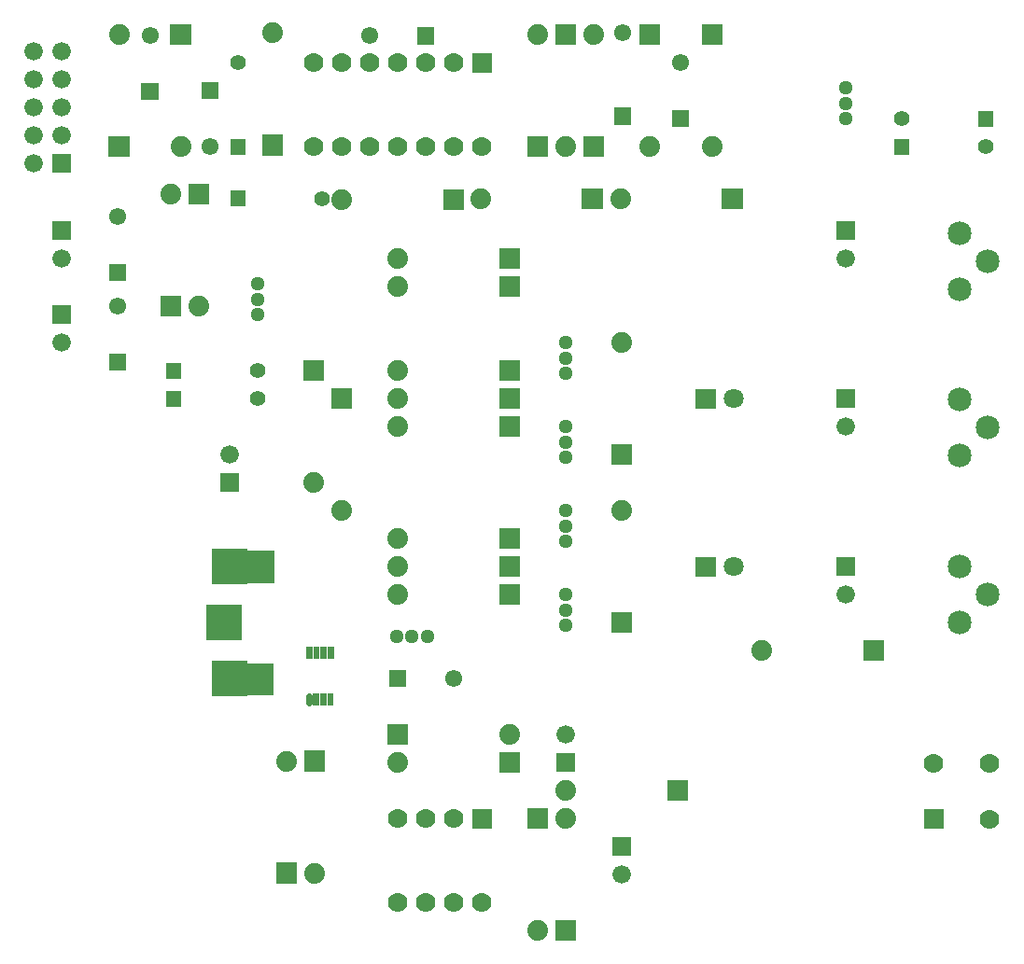
<source format=gts>
G04 start of page 6 for group -4063 idx -4063 *
G04 Title: (unknown), componentmask *
G04 Creator: pcb 20110918 *
G04 CreationDate: Mon 16 Jun 2014 00:48:58 GMT UTC *
G04 For: ksarkies *
G04 Format: Gerber/RS-274X *
G04 PCB-Dimensions: 390000 390000 *
G04 PCB-Coordinate-Origin: lower left *
%MOIN*%
%FSLAX25Y25*%
%LNTOPMASK*%
%ADD81C,0.0220*%
%ADD80R,0.0220X0.0220*%
%ADD79C,0.0710*%
%ADD78C,0.0610*%
%ADD77C,0.0560*%
%ADD76C,0.0700*%
%ADD75C,0.0850*%
%ADD74C,0.0660*%
%ADD73C,0.0510*%
%ADD72C,0.0740*%
%ADD71C,0.0001*%
G54D71*G36*
X196300Y263700D02*Y256300D01*
X203700D01*
Y263700D01*
X196300D01*
G37*
G54D72*X160000Y260000D03*
G54D71*G36*
X196300Y273700D02*Y266300D01*
X203700D01*
Y273700D01*
X196300D01*
G37*
G54D72*X160000Y270000D03*
G54D73*X320000Y320000D03*
G54D71*G36*
X257950Y323050D02*Y316950D01*
X264050D01*
Y323050D01*
X257950D01*
G37*
G36*
X237350Y323950D02*Y317850D01*
X243450D01*
Y323950D01*
X237350D01*
G37*
G54D73*X320000Y325500D03*
G54D71*G36*
X316700Y283300D02*Y276700D01*
X323300D01*
Y283300D01*
X316700D01*
G37*
G54D74*X320000Y270000D03*
G54D75*X360600Y279000D03*
X370600Y269000D03*
X360600Y259000D03*
G54D76*X170000Y310000D03*
G54D72*X139900Y291200D03*
G54D76*X180000Y310000D03*
G54D71*G36*
X225800Y295200D02*Y287800D01*
X233200D01*
Y295200D01*
X225800D01*
G37*
G54D72*X189500Y291500D03*
G54D71*G36*
X275800Y295200D02*Y287800D01*
X283200D01*
Y295200D01*
X275800D01*
G37*
G54D72*X239500Y291500D03*
G54D71*G36*
X176200Y294900D02*Y287500D01*
X183600D01*
Y294900D01*
X176200D01*
G37*
G54D76*X190000Y310000D03*
G54D72*X272450Y310200D03*
X220000Y310000D03*
G54D71*G36*
X226300Y313700D02*Y306300D01*
X233700D01*
Y313700D01*
X226300D01*
G37*
G54D72*X250000Y310000D03*
G54D71*G36*
X337200Y312800D02*Y307200D01*
X342800D01*
Y312800D01*
X337200D01*
G37*
G54D77*X370000Y310000D03*
G54D71*G36*
X367200Y322800D02*Y317200D01*
X372800D01*
Y322800D01*
X367200D01*
G37*
G54D77*X340000Y320000D03*
G54D71*G36*
X268750Y353900D02*Y346500D01*
X276150D01*
Y353900D01*
X268750D01*
G37*
G54D78*X261000Y340000D03*
G54D72*X210000Y350000D03*
G54D71*G36*
X186500Y343500D02*Y336500D01*
X193500D01*
Y343500D01*
X186500D01*
G37*
G36*
X166950Y352650D02*Y346550D01*
X173050D01*
Y352650D01*
X166950D01*
G37*
G54D78*X150000Y349600D03*
G54D77*X103000Y340000D03*
G54D73*X320000Y331000D03*
G54D71*G36*
X89950Y333050D02*Y326950D01*
X96050D01*
Y333050D01*
X89950D01*
G37*
G36*
X216300Y353700D02*Y346300D01*
X223700D01*
Y353700D01*
X216300D01*
G37*
G54D72*X230000Y350000D03*
G54D71*G36*
X246300Y353700D02*Y346300D01*
X253700D01*
Y353700D01*
X246300D01*
G37*
G54D78*X240400Y350900D03*
G54D71*G36*
X206300Y313700D02*Y306300D01*
X213700D01*
Y313700D01*
X206300D01*
G37*
G36*
X100200Y312800D02*Y307200D01*
X105800D01*
Y312800D01*
X100200D01*
G37*
G36*
X111600Y314300D02*Y306900D01*
X119000D01*
Y314300D01*
X111600D01*
G37*
G54D72*X115300Y350600D03*
G54D71*G36*
X326300Y133700D02*Y126300D01*
X333700D01*
Y133700D01*
X326300D01*
G37*
G54D72*X290000Y130000D03*
G54D73*X220000Y150000D03*
Y144500D03*
Y139000D03*
G54D71*G36*
X236300Y143700D02*Y136300D01*
X243700D01*
Y143700D01*
X236300D01*
G37*
G36*
X316700Y163300D02*Y156700D01*
X323300D01*
Y163300D01*
X316700D01*
G37*
G54D75*X360500Y160200D03*
G54D74*X320000Y150000D03*
G54D75*X370500Y150200D03*
X360500Y140200D03*
G54D73*X220000Y180000D03*
Y210000D03*
Y204500D03*
Y199000D03*
G54D71*G36*
X236300Y203700D02*Y196300D01*
X243700D01*
Y203700D01*
X236300D01*
G37*
G54D72*X240000Y240000D03*
G54D73*X220000Y174500D03*
Y240000D03*
Y234500D03*
Y229000D03*
G54D71*G36*
X266450Y223550D02*Y216450D01*
X273550D01*
Y223550D01*
X266450D01*
G37*
G54D79*X280000Y220000D03*
G54D72*X240000Y180000D03*
G54D71*G36*
X316700Y223300D02*Y216700D01*
X323300D01*
Y223300D01*
X316700D01*
G37*
G54D75*X360800Y219800D03*
G54D74*X320000Y210000D03*
G54D75*X370800Y209800D03*
X360800Y199800D03*
G54D71*G36*
X236700Y63300D02*Y56700D01*
X243300D01*
Y63300D01*
X236700D01*
G37*
G36*
X256300Y83700D02*Y76300D01*
X263700D01*
Y83700D01*
X256300D01*
G37*
G54D74*X240000Y50000D03*
G54D71*G36*
X206300Y73700D02*Y66300D01*
X213700D01*
Y73700D01*
X206300D01*
G37*
G36*
X216700Y93300D02*Y86700D01*
X223300D01*
Y93300D01*
X216700D01*
G37*
G54D74*X220000Y100000D03*
G54D72*Y80000D03*
G54D71*G36*
X347900Y73400D02*Y66400D01*
X354900D01*
Y73400D01*
X347900D01*
G37*
G54D76*X371400Y69900D03*
X351400Y89900D03*
X371400D03*
X180000Y340000D03*
X170000D03*
X160000D03*
X150000D03*
X140000D03*
X130000D03*
Y310000D03*
G54D77*X133000Y291500D03*
G54D76*X140000Y310000D03*
X150000D03*
X160000D03*
G54D73*X110000Y250000D03*
Y255500D03*
Y261000D03*
G54D71*G36*
X78800Y353700D02*Y346300D01*
X86200D01*
Y353700D01*
X78800D01*
G37*
G54D72*X60500Y350000D03*
G54D78*X71500Y349800D03*
G54D71*G36*
X75300Y256700D02*Y249300D01*
X82700D01*
Y256700D01*
X75300D01*
G37*
G54D78*X93000Y310000D03*
G54D71*G36*
X100200Y294300D02*Y288700D01*
X105800D01*
Y294300D01*
X100200D01*
G37*
G36*
X85300Y296700D02*Y289300D01*
X92700D01*
Y296700D01*
X85300D01*
G37*
G54D72*X89000Y253000D03*
X79000Y293000D03*
G54D78*X60000Y285000D03*
Y253000D03*
G54D71*G36*
X36700Y253300D02*Y246700D01*
X43300D01*
Y253300D01*
X36700D01*
G37*
G54D74*X40000Y270000D03*
G54D71*G36*
X56950Y268050D02*Y261950D01*
X63050D01*
Y268050D01*
X56950D01*
G37*
G54D72*X82500Y310000D03*
G54D71*G36*
X56800Y313700D02*Y306300D01*
X64200D01*
Y313700D01*
X56800D01*
G37*
G36*
X68450Y332850D02*Y326750D01*
X74550D01*
Y332850D01*
X68450D01*
G37*
G36*
X36700Y283300D02*Y276700D01*
X43300D01*
Y283300D01*
X36700D01*
G37*
G36*
Y307300D02*Y300700D01*
X43300D01*
Y307300D01*
X36700D01*
G37*
G54D74*X30000Y304000D03*
X40000Y314000D03*
X30000D03*
X40000Y324000D03*
X30000D03*
X40000Y334000D03*
X30000D03*
X40000Y344000D03*
X30000D03*
G54D72*X160000Y170000D03*
Y150000D03*
Y90000D03*
G54D71*G36*
X156300Y103700D02*Y96300D01*
X163700D01*
Y103700D01*
X156300D01*
G37*
G36*
X156950Y123050D02*Y116950D01*
X163050D01*
Y123050D01*
X156950D01*
G37*
G54D73*X159500Y135000D03*
G54D71*G36*
X196300Y153700D02*Y146300D01*
X203700D01*
Y153700D01*
X196300D01*
G37*
G54D78*X180000Y120000D03*
G54D73*X170500Y135000D03*
X165000D03*
G54D71*G36*
X196300Y93700D02*Y86300D01*
X203700D01*
Y93700D01*
X196300D01*
G37*
G36*
X186500Y73500D02*Y66500D01*
X193500D01*
Y73500D01*
X186500D01*
G37*
G54D72*X200000Y100000D03*
G54D76*X160000Y70000D03*
G54D71*G36*
X126590Y94270D02*Y86870D01*
X133990D01*
Y94270D01*
X126590D01*
G37*
G54D72*X120290Y90570D03*
G54D71*G36*
X93700Y126300D02*Y113700D01*
X106300D01*
Y126300D01*
X93700D01*
G37*
G36*
X104550Y125350D02*Y114250D01*
X115650D01*
Y125350D01*
X104550D01*
G37*
G54D76*X160000Y40000D03*
G54D72*X130290Y50570D03*
G54D71*G36*
X116590Y54270D02*Y46870D01*
X123990D01*
Y54270D01*
X116590D01*
G37*
G54D72*X210000Y30000D03*
G54D76*X180000Y70000D03*
X170000D03*
Y40000D03*
X180000D03*
X190000D03*
G54D71*G36*
X216300Y33700D02*Y26300D01*
X223700D01*
Y33700D01*
X216300D01*
G37*
G54D72*X220000Y70000D03*
G54D71*G36*
X196300Y223700D02*Y216300D01*
X203700D01*
Y223700D01*
X196300D01*
G37*
G54D72*X160000Y220000D03*
G54D71*G36*
X196300Y213700D02*Y206300D01*
X203700D01*
Y213700D01*
X196300D01*
G37*
G54D72*X160000Y210000D03*
G54D71*G36*
X196300Y233700D02*Y226300D01*
X203700D01*
Y233700D01*
X196300D01*
G37*
G54D72*X160000Y230000D03*
G54D71*G36*
X56950Y236050D02*Y229950D01*
X63050D01*
Y236050D01*
X56950D01*
G37*
G54D74*X40000Y240000D03*
G54D71*G36*
X77200Y222800D02*Y217200D01*
X82800D01*
Y222800D01*
X77200D01*
G37*
G36*
Y232800D02*Y227200D01*
X82800D01*
Y232800D01*
X77200D01*
G37*
G54D77*X110000Y220000D03*
Y230000D03*
G54D71*G36*
X126300Y233700D02*Y226300D01*
X133700D01*
Y233700D01*
X126300D01*
G37*
G36*
X136300Y223700D02*Y216300D01*
X143700D01*
Y223700D01*
X136300D01*
G37*
G54D72*X130000Y190000D03*
X140000Y180000D03*
G54D71*G36*
X96700Y193300D02*Y186700D01*
X103300D01*
Y193300D01*
X96700D01*
G37*
G54D74*X100000Y200000D03*
G54D73*X220000Y169000D03*
G54D71*G36*
X196300Y163700D02*Y156300D01*
X203700D01*
Y163700D01*
X196300D01*
G37*
G54D72*X160000Y160000D03*
G54D71*G36*
X266450Y163550D02*Y156450D01*
X273550D01*
Y163550D01*
X266450D01*
G37*
G54D79*X280000Y160000D03*
G54D71*G36*
X196300Y173700D02*Y166300D01*
X203700D01*
Y173700D01*
X196300D01*
G37*
G36*
X91700Y146300D02*Y133700D01*
X104300D01*
Y146300D01*
X91700D01*
G37*
G36*
X93700Y166300D02*Y153700D01*
X106300D01*
Y166300D01*
X93700D01*
G37*
G36*
X104300Y165600D02*Y154000D01*
X115900D01*
Y165600D01*
X104300D01*
G37*
G54D80*X136100Y130300D02*Y128100D01*
X133500Y130300D02*Y128100D01*
X131000Y130300D02*Y128100D01*
G54D81*X128300Y113600D02*Y111400D01*
G54D80*X130900Y113600D02*Y111400D01*
X133400Y113600D02*Y111400D01*
X136000Y113600D02*Y111400D01*
X128400Y130300D02*Y128100D01*
M02*

</source>
